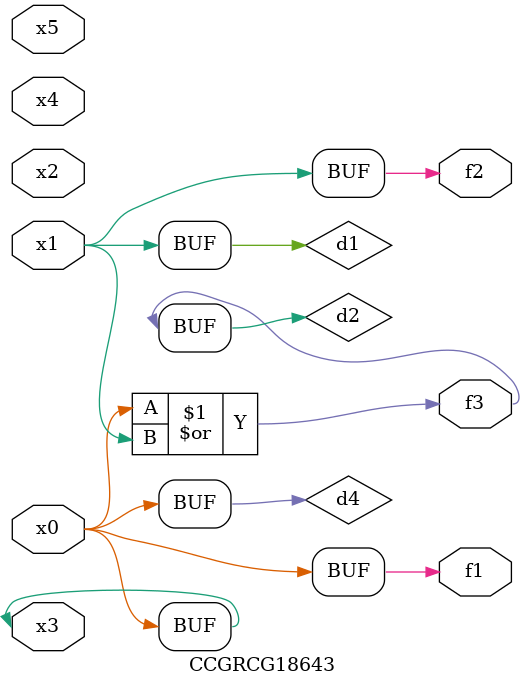
<source format=v>
module CCGRCG18643(
	input x0, x1, x2, x3, x4, x5,
	output f1, f2, f3
);

	wire d1, d2, d3, d4;

	and (d1, x1);
	or (d2, x0, x1);
	nand (d3, x0, x5);
	buf (d4, x0, x3);
	assign f1 = d4;
	assign f2 = d1;
	assign f3 = d2;
endmodule

</source>
